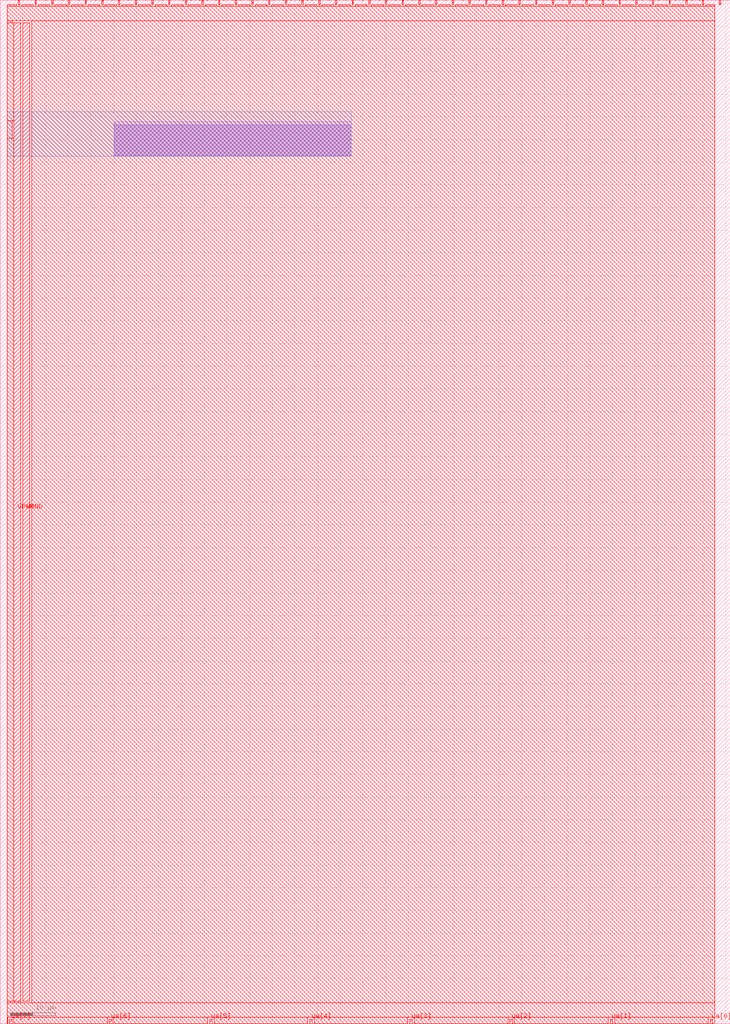
<source format=lef>
VERSION 5.7 ;
  NOWIREEXTENSIONATPIN ON ;
  DIVIDERCHAR "/" ;
  BUSBITCHARS "[]" ;
MACRO tt_um_analog_factory_test
  CLASS BLOCK ;
  FOREIGN tt_um_analog_factory_test ;
  ORIGIN 0.000 0.000 ;
  SIZE 161.000 BY 225.760 ;
  PIN clk
    DIRECTION INPUT ;
    USE SIGNAL ;
    PORT
      LAYER met4 ;
        RECT 154.870 224.760 155.170 225.760 ;
    END
  END clk
  PIN ena
    DIRECTION INPUT ;
    USE SIGNAL ;
    PORT
      LAYER met4 ;
        RECT 158.550 224.760 158.850 225.760 ;
    END
  END ena
  PIN rst_n
    DIRECTION INPUT ;
    USE SIGNAL ;
    PORT
      LAYER met4 ;
        RECT 151.190 224.760 151.490 225.760 ;
    END
  END rst_n
  PIN ua[0]
    DIRECTION INOUT ;
    USE SIGNAL ;
    PORT
      LAYER met4 ;
        RECT 156.560 0.000 157.160 1.000 ;
    END
  END ua[0]
  PIN ua[1]
    DIRECTION INOUT ;
    USE SIGNAL ;
    ANTENNADIFFAREA 35.489597 ;
    PORT
      LAYER met4 ;
        RECT 134.480 0.000 135.080 1.000 ;
    END
  END ua[1]
  PIN ua[2]
    DIRECTION INOUT ;
    USE SIGNAL ;
    ANTENNADIFFAREA 11.599999 ;
    PORT
      LAYER met4 ;
        RECT 112.400 0.000 113.000 1.000 ;
    END
  END ua[2]
  PIN ua[3]
    DIRECTION INOUT ;
    USE SIGNAL ;
    PORT
      LAYER met4 ;
        RECT 90.320 0.000 90.920 1.000 ;
    END
  END ua[3]
  PIN ua[4]
    DIRECTION INOUT ;
    USE SIGNAL ;
    PORT
      LAYER met4 ;
        RECT 68.240 0.000 68.840 1.000 ;
    END
  END ua[4]
  PIN ua[5]
    DIRECTION INOUT ;
    USE SIGNAL ;
    PORT
      LAYER met4 ;
        RECT 46.160 0.000 46.760 1.000 ;
    END
  END ua[5]
  PIN ua[6]
    DIRECTION INOUT ;
    USE SIGNAL ;
    PORT
      LAYER met4 ;
        RECT 24.080 0.000 24.680 1.000 ;
    END
  END ua[6]
  PIN ua[7]
    DIRECTION INOUT ;
    USE SIGNAL ;
    PORT
      LAYER met4 ;
        RECT 2.000 0.000 2.600 1.000 ;
    END
  END ua[7]
  PIN ui_in[0]
    DIRECTION INPUT ;
    USE SIGNAL ;
    ANTENNAGATEAREA 1.400000 ;
    PORT
      LAYER met4 ;
        RECT 147.510 224.760 147.810 225.760 ;
    END
  END ui_in[0]
  PIN ui_in[1]
    DIRECTION INPUT ;
    USE SIGNAL ;
    ANTENNAGATEAREA 1.400000 ;
    PORT
      LAYER met4 ;
        RECT 143.830 224.760 144.130 225.760 ;
    END
  END ui_in[1]
  PIN ui_in[2]
    DIRECTION INPUT ;
    USE SIGNAL ;
    PORT
      LAYER met4 ;
        RECT 140.150 224.760 140.450 225.760 ;
    END
  END ui_in[2]
  PIN ui_in[3]
    DIRECTION INPUT ;
    USE SIGNAL ;
    PORT
      LAYER met4 ;
        RECT 136.470 224.760 136.770 225.760 ;
    END
  END ui_in[3]
  PIN ui_in[4]
    DIRECTION INPUT ;
    USE SIGNAL ;
    PORT
      LAYER met4 ;
        RECT 132.790 224.760 133.090 225.760 ;
    END
  END ui_in[4]
  PIN ui_in[5]
    DIRECTION INPUT ;
    USE SIGNAL ;
    PORT
      LAYER met4 ;
        RECT 129.110 224.760 129.410 225.760 ;
    END
  END ui_in[5]
  PIN ui_in[6]
    DIRECTION INPUT ;
    USE SIGNAL ;
    PORT
      LAYER met4 ;
        RECT 125.430 224.760 125.730 225.760 ;
    END
  END ui_in[6]
  PIN ui_in[7]
    DIRECTION INPUT ;
    USE SIGNAL ;
    PORT
      LAYER met4 ;
        RECT 121.750 224.760 122.050 225.760 ;
    END
  END ui_in[7]
  PIN uio_in[0]
    DIRECTION INPUT ;
    USE SIGNAL ;
    PORT
      LAYER met4 ;
        RECT 118.070 224.760 118.370 225.760 ;
    END
  END uio_in[0]
  PIN uio_in[1]
    DIRECTION INPUT ;
    USE SIGNAL ;
    PORT
      LAYER met4 ;
        RECT 114.390 224.760 114.690 225.760 ;
    END
  END uio_in[1]
  PIN uio_in[2]
    DIRECTION INPUT ;
    USE SIGNAL ;
    PORT
      LAYER met4 ;
        RECT 110.710 224.760 111.010 225.760 ;
    END
  END uio_in[2]
  PIN uio_in[3]
    DIRECTION INPUT ;
    USE SIGNAL ;
    PORT
      LAYER met4 ;
        RECT 107.030 224.760 107.330 225.760 ;
    END
  END uio_in[3]
  PIN uio_in[4]
    DIRECTION INPUT ;
    USE SIGNAL ;
    PORT
      LAYER met4 ;
        RECT 103.350 224.760 103.650 225.760 ;
    END
  END uio_in[4]
  PIN uio_in[5]
    DIRECTION INPUT ;
    USE SIGNAL ;
    PORT
      LAYER met4 ;
        RECT 99.670 224.760 99.970 225.760 ;
    END
  END uio_in[5]
  PIN uio_in[6]
    DIRECTION INPUT ;
    USE SIGNAL ;
    PORT
      LAYER met4 ;
        RECT 95.990 224.760 96.290 225.760 ;
    END
  END uio_in[6]
  PIN uio_in[7]
    DIRECTION INPUT ;
    USE SIGNAL ;
    PORT
      LAYER met4 ;
        RECT 92.310 224.760 92.610 225.760 ;
    END
  END uio_in[7]
  PIN uio_oe[0]
    DIRECTION OUTPUT ;
    USE SIGNAL ;
    ANTENNADIFFAREA 35.489597 ;
    PORT
      LAYER met4 ;
        RECT 29.750 224.760 30.050 225.760 ;
    END
  END uio_oe[0]
  PIN uio_oe[1]
    DIRECTION OUTPUT ;
    USE SIGNAL ;
    ANTENNADIFFAREA 35.489597 ;
    PORT
      LAYER met4 ;
        RECT 26.070 224.760 26.370 225.760 ;
    END
  END uio_oe[1]
  PIN uio_oe[2]
    DIRECTION OUTPUT ;
    USE SIGNAL ;
    ANTENNADIFFAREA 35.489597 ;
    PORT
      LAYER met4 ;
        RECT 22.390 224.760 22.690 225.760 ;
    END
  END uio_oe[2]
  PIN uio_oe[3]
    DIRECTION OUTPUT ;
    USE SIGNAL ;
    ANTENNADIFFAREA 35.489597 ;
    PORT
      LAYER met4 ;
        RECT 18.710 224.760 19.010 225.760 ;
    END
  END uio_oe[3]
  PIN uio_oe[4]
    DIRECTION OUTPUT ;
    USE SIGNAL ;
    ANTENNADIFFAREA 35.489597 ;
    PORT
      LAYER met4 ;
        RECT 15.030 224.760 15.330 225.760 ;
    END
  END uio_oe[4]
  PIN uio_oe[5]
    DIRECTION OUTPUT ;
    USE SIGNAL ;
    ANTENNADIFFAREA 35.489597 ;
    PORT
      LAYER met4 ;
        RECT 11.350 224.760 11.650 225.760 ;
    END
  END uio_oe[5]
  PIN uio_oe[6]
    DIRECTION OUTPUT ;
    USE SIGNAL ;
    ANTENNADIFFAREA 35.489597 ;
    PORT
      LAYER met4 ;
        RECT 7.670 224.760 7.970 225.760 ;
    END
  END uio_oe[6]
  PIN uio_oe[7]
    DIRECTION OUTPUT ;
    USE SIGNAL ;
    ANTENNADIFFAREA 35.489597 ;
    PORT
      LAYER met4 ;
        RECT 3.990 224.760 4.290 225.760 ;
    END
  END uio_oe[7]
  PIN uio_out[0]
    DIRECTION OUTPUT ;
    USE SIGNAL ;
    ANTENNADIFFAREA 35.489597 ;
    PORT
      LAYER met4 ;
        RECT 59.190 224.760 59.490 225.760 ;
    END
  END uio_out[0]
  PIN uio_out[1]
    DIRECTION OUTPUT ;
    USE SIGNAL ;
    ANTENNADIFFAREA 35.489597 ;
    PORT
      LAYER met4 ;
        RECT 55.510 224.760 55.810 225.760 ;
    END
  END uio_out[1]
  PIN uio_out[2]
    DIRECTION OUTPUT ;
    USE SIGNAL ;
    ANTENNADIFFAREA 35.489597 ;
    PORT
      LAYER met4 ;
        RECT 51.830 224.760 52.130 225.760 ;
    END
  END uio_out[2]
  PIN uio_out[3]
    DIRECTION OUTPUT ;
    USE SIGNAL ;
    ANTENNADIFFAREA 35.489597 ;
    PORT
      LAYER met4 ;
        RECT 48.150 224.760 48.450 225.760 ;
    END
  END uio_out[3]
  PIN uio_out[4]
    DIRECTION OUTPUT ;
    USE SIGNAL ;
    ANTENNADIFFAREA 35.489597 ;
    PORT
      LAYER met4 ;
        RECT 44.470 224.760 44.770 225.760 ;
    END
  END uio_out[4]
  PIN uio_out[5]
    DIRECTION OUTPUT ;
    USE SIGNAL ;
    ANTENNADIFFAREA 35.489597 ;
    PORT
      LAYER met4 ;
        RECT 40.790 224.760 41.090 225.760 ;
    END
  END uio_out[5]
  PIN uio_out[6]
    DIRECTION OUTPUT ;
    USE SIGNAL ;
    ANTENNADIFFAREA 35.489597 ;
    PORT
      LAYER met4 ;
        RECT 37.110 224.760 37.410 225.760 ;
    END
  END uio_out[6]
  PIN uio_out[7]
    DIRECTION OUTPUT ;
    USE SIGNAL ;
    ANTENNADIFFAREA 35.489597 ;
    PORT
      LAYER met4 ;
        RECT 33.430 224.760 33.730 225.760 ;
    END
  END uio_out[7]
  PIN uo_out[0]
    DIRECTION OUTPUT ;
    USE SIGNAL ;
    ANTENNADIFFAREA 35.489597 ;
    PORT
      LAYER met4 ;
        RECT 88.630 224.760 88.930 225.760 ;
    END
  END uo_out[0]
  PIN uo_out[1]
    DIRECTION OUTPUT ;
    USE SIGNAL ;
    ANTENNADIFFAREA 35.489597 ;
    PORT
      LAYER met4 ;
        RECT 84.950 224.760 85.250 225.760 ;
    END
  END uo_out[1]
  PIN uo_out[2]
    DIRECTION OUTPUT ;
    USE SIGNAL ;
    ANTENNADIFFAREA 35.489597 ;
    PORT
      LAYER met4 ;
        RECT 81.270 224.760 81.570 225.760 ;
    END
  END uo_out[2]
  PIN uo_out[3]
    DIRECTION OUTPUT ;
    USE SIGNAL ;
    ANTENNADIFFAREA 35.489597 ;
    PORT
      LAYER met4 ;
        RECT 77.590 224.760 77.890 225.760 ;
    END
  END uo_out[3]
  PIN uo_out[4]
    DIRECTION OUTPUT ;
    USE SIGNAL ;
    ANTENNADIFFAREA 35.489597 ;
    PORT
      LAYER met4 ;
        RECT 73.910 224.760 74.210 225.760 ;
    END
  END uo_out[4]
  PIN uo_out[5]
    DIRECTION OUTPUT ;
    USE SIGNAL ;
    ANTENNADIFFAREA 35.489597 ;
    PORT
      LAYER met4 ;
        RECT 70.230 224.760 70.530 225.760 ;
    END
  END uo_out[5]
  PIN uo_out[6]
    DIRECTION OUTPUT ;
    USE SIGNAL ;
    ANTENNADIFFAREA 35.489597 ;
    PORT
      LAYER met4 ;
        RECT 66.550 224.760 66.850 225.760 ;
    END
  END uo_out[6]
  PIN uo_out[7]
    DIRECTION OUTPUT ;
    USE SIGNAL ;
    ANTENNADIFFAREA 35.489597 ;
    PORT
      LAYER met4 ;
        RECT 62.870 224.760 63.170 225.760 ;
    END
  END uo_out[7]
  PIN VPWR
    DIRECTION INOUT ;
    USE POWER ;
    PORT
      LAYER met4 ;
        RECT 3.000 5.000 4.500 220.760 ;
    END
  END VPWR
  PIN VGND
    DIRECTION INOUT ;
    USE GROUND ;
    PORT
      LAYER met4 ;
        RECT 5.000 5.000 6.500 220.760 ;
    END
  END VGND
  OBS
      LAYER li1 ;
        RECT 25.120 191.400 77.400 198.910 ;
      LAYER met1 ;
        RECT 25.120 191.400 77.400 198.240 ;
      LAYER met2 ;
        RECT 25.120 191.380 77.400 198.260 ;
      LAYER met3 ;
        RECT 1.500 191.380 77.400 201.190 ;
      LAYER met4 ;
        RECT 1.500 224.360 3.590 224.760 ;
        RECT 4.690 224.360 7.270 224.760 ;
        RECT 8.370 224.360 10.950 224.760 ;
        RECT 12.050 224.360 14.630 224.760 ;
        RECT 15.730 224.360 18.310 224.760 ;
        RECT 19.410 224.360 21.990 224.760 ;
        RECT 23.090 224.360 25.670 224.760 ;
        RECT 26.770 224.360 29.350 224.760 ;
        RECT 30.450 224.360 33.030 224.760 ;
        RECT 34.130 224.360 36.710 224.760 ;
        RECT 37.810 224.360 40.390 224.760 ;
        RECT 41.490 224.360 44.070 224.760 ;
        RECT 45.170 224.360 47.750 224.760 ;
        RECT 48.850 224.360 51.430 224.760 ;
        RECT 52.530 224.360 55.110 224.760 ;
        RECT 56.210 224.360 58.790 224.760 ;
        RECT 59.890 224.360 62.470 224.760 ;
        RECT 63.570 224.360 66.150 224.760 ;
        RECT 67.250 224.360 69.830 224.760 ;
        RECT 70.930 224.360 73.510 224.760 ;
        RECT 74.610 224.360 77.190 224.760 ;
        RECT 78.290 224.360 80.870 224.760 ;
        RECT 81.970 224.360 84.550 224.760 ;
        RECT 85.650 224.360 88.230 224.760 ;
        RECT 89.330 224.360 91.910 224.760 ;
        RECT 93.010 224.360 95.590 224.760 ;
        RECT 96.690 224.360 99.270 224.760 ;
        RECT 100.370 224.360 102.950 224.760 ;
        RECT 104.050 224.360 106.630 224.760 ;
        RECT 107.730 224.360 110.310 224.760 ;
        RECT 111.410 224.360 113.990 224.760 ;
        RECT 115.090 224.360 117.670 224.760 ;
        RECT 118.770 224.360 121.350 224.760 ;
        RECT 122.450 224.360 125.030 224.760 ;
        RECT 126.130 224.360 128.710 224.760 ;
        RECT 129.810 224.360 132.390 224.760 ;
        RECT 133.490 224.360 136.070 224.760 ;
        RECT 137.170 224.360 139.750 224.760 ;
        RECT 140.850 224.360 143.430 224.760 ;
        RECT 144.530 224.360 147.110 224.760 ;
        RECT 148.210 224.360 150.790 224.760 ;
        RECT 151.890 224.360 154.470 224.760 ;
        RECT 155.570 224.360 157.610 224.760 ;
        RECT 1.500 221.160 157.610 224.360 ;
        RECT 1.500 220.760 2.600 221.160 ;
        RECT 1.500 199.200 3.000 220.760 ;
        RECT 1.500 195.300 2.600 199.200 ;
        RECT 1.500 5.000 3.000 195.300 ;
        RECT 1.500 4.600 4.500 5.000 ;
        RECT 6.900 4.600 157.610 221.160 ;
        RECT 1.500 1.400 157.610 4.600 ;
        RECT 1.500 0.000 1.600 1.400 ;
        RECT 3.000 0.000 23.680 1.400 ;
        RECT 25.080 0.000 45.760 1.400 ;
        RECT 47.160 0.000 67.840 1.400 ;
        RECT 69.240 0.000 89.920 1.400 ;
        RECT 91.320 0.000 112.000 1.400 ;
        RECT 113.400 0.000 134.080 1.400 ;
        RECT 135.480 0.000 156.160 1.400 ;
        RECT 157.560 0.000 157.610 1.400 ;
  END
END tt_um_analog_factory_test
END LIBRARY


</source>
